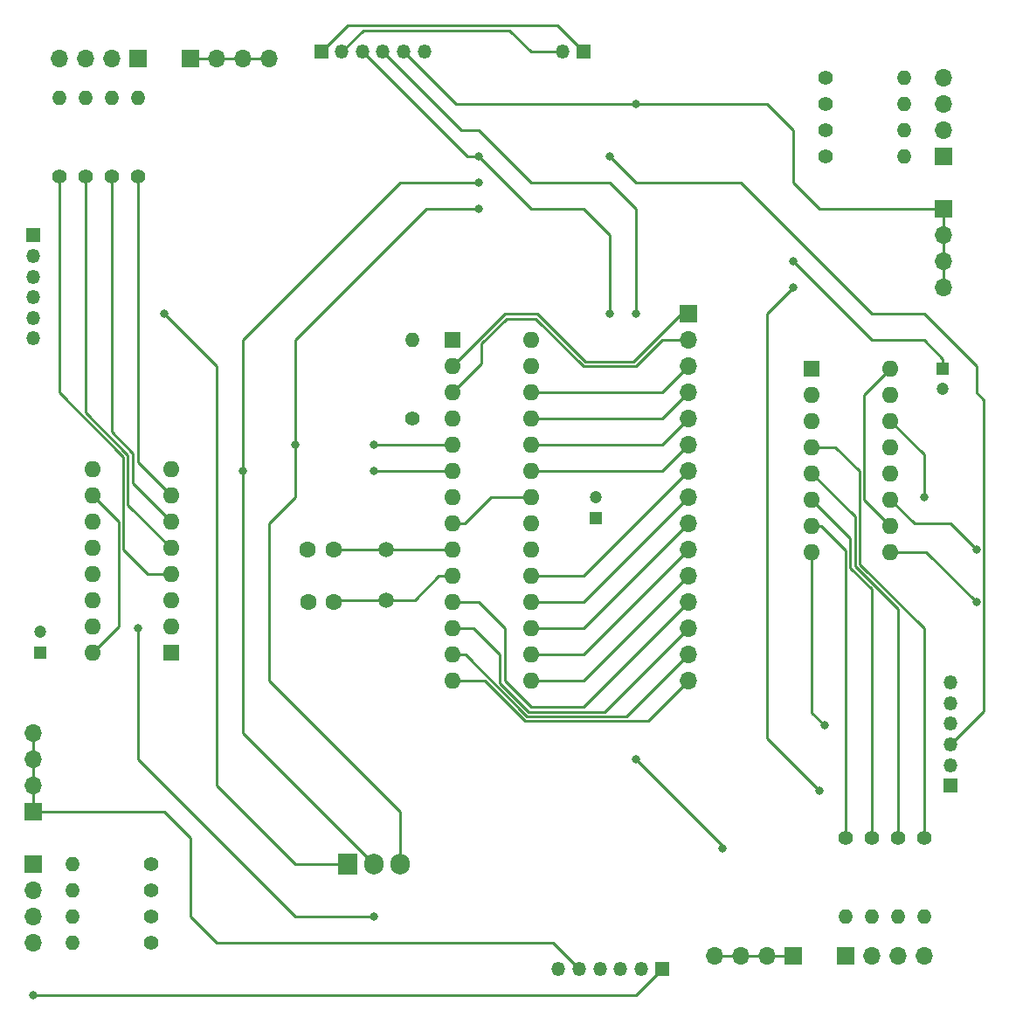
<source format=gbl>
%TF.GenerationSoftware,KiCad,Pcbnew,7.0.7*%
%TF.CreationDate,2023-09-23T02:03:23-07:00*%
%TF.ProjectId,htpm_modcore,6874706d-5f6d-46f6-9463-6f72652e6b69,01*%
%TF.SameCoordinates,Original*%
%TF.FileFunction,Copper,L2,Bot*%
%TF.FilePolarity,Positive*%
%FSLAX46Y46*%
G04 Gerber Fmt 4.6, Leading zero omitted, Abs format (unit mm)*
G04 Created by KiCad (PCBNEW 7.0.7) date 2023-09-23 02:03:23*
%MOMM*%
%LPD*%
G01*
G04 APERTURE LIST*
%TA.AperFunction,ComponentPad*%
%ADD10R,1.350000X1.350000*%
%TD*%
%TA.AperFunction,ComponentPad*%
%ADD11O,1.350000X1.350000*%
%TD*%
%TA.AperFunction,ComponentPad*%
%ADD12C,1.400000*%
%TD*%
%TA.AperFunction,ComponentPad*%
%ADD13O,1.400000X1.400000*%
%TD*%
%TA.AperFunction,ComponentPad*%
%ADD14R,1.700000X1.700000*%
%TD*%
%TA.AperFunction,ComponentPad*%
%ADD15O,1.700000X1.700000*%
%TD*%
%TA.AperFunction,ComponentPad*%
%ADD16R,1.905000X2.000000*%
%TD*%
%TA.AperFunction,ComponentPad*%
%ADD17O,1.905000X2.000000*%
%TD*%
%TA.AperFunction,ComponentPad*%
%ADD18C,1.600000*%
%TD*%
%TA.AperFunction,ComponentPad*%
%ADD19R,1.200000X1.200000*%
%TD*%
%TA.AperFunction,ComponentPad*%
%ADD20C,1.200000*%
%TD*%
%TA.AperFunction,ComponentPad*%
%ADD21R,1.600000X1.600000*%
%TD*%
%TA.AperFunction,ComponentPad*%
%ADD22O,1.600000X1.600000*%
%TD*%
%TA.AperFunction,ComponentPad*%
%ADD23C,1.500000*%
%TD*%
%TA.AperFunction,ViaPad*%
%ADD24C,0.800000*%
%TD*%
%TA.AperFunction,Conductor*%
%ADD25C,0.250000*%
%TD*%
G04 APERTURE END LIST*
D10*
%TO.P,J4,1,Pin_1*%
%TO.N,Net-(J1-Pin_1)*%
X172720000Y-114300000D03*
D11*
%TO.P,J4,2,Pin_2*%
%TO.N,Net-(J1-Pin_2)*%
X170720000Y-114300000D03*
%TO.P,J4,3,Pin_3*%
%TO.N,Net-(J1-Pin_3)*%
X168720000Y-114300000D03*
%TO.P,J4,4,Pin_4*%
%TO.N,Net-(J1-Pin_4)*%
X166720000Y-114300000D03*
%TO.P,J4,5,Pin_5*%
%TO.N,GND*%
X164720000Y-114300000D03*
%TO.P,J4,6,Pin_6*%
%TO.N,Net-(J1-Pin_6)*%
X162720000Y-114300000D03*
%TD*%
D10*
%TO.P,J3,1,Pin_1*%
%TO.N,Net-(J1-Pin_1)*%
X200660000Y-96520000D03*
D11*
%TO.P,J3,2,Pin_2*%
%TO.N,Net-(J1-Pin_2)*%
X200660000Y-94520000D03*
%TO.P,J3,3,Pin_3*%
%TO.N,Net-(J1-Pin_3)*%
X200660000Y-92520000D03*
%TO.P,J3,4,Pin_4*%
%TO.N,Net-(J1-Pin_4)*%
X200660000Y-90520000D03*
%TO.P,J3,5,Pin_5*%
%TO.N,GND*%
X200660000Y-88520000D03*
%TO.P,J3,6,Pin_6*%
%TO.N,Net-(J1-Pin_6)*%
X200660000Y-86520000D03*
%TD*%
D10*
%TO.P,J2,1,Pin_1*%
%TO.N,Net-(J1-Pin_1)*%
X139700000Y-25400000D03*
D11*
%TO.P,J2,2,Pin_2*%
%TO.N,Net-(J1-Pin_2)*%
X141700000Y-25400000D03*
%TO.P,J2,3,Pin_3*%
%TO.N,Net-(J1-Pin_3)*%
X143700000Y-25400000D03*
%TO.P,J2,4,Pin_4*%
%TO.N,Net-(J1-Pin_4)*%
X145700000Y-25400000D03*
%TO.P,J2,5,Pin_5*%
%TO.N,GND*%
X147700000Y-25400000D03*
%TO.P,J2,6,Pin_6*%
%TO.N,Net-(J1-Pin_6)*%
X149700000Y-25400000D03*
%TD*%
D10*
%TO.P,J1,1,Pin_1*%
%TO.N,Net-(J1-Pin_1)*%
X111760000Y-43180000D03*
D11*
%TO.P,J1,2,Pin_2*%
%TO.N,Net-(J1-Pin_2)*%
X111760000Y-45180000D03*
%TO.P,J1,3,Pin_3*%
%TO.N,Net-(J1-Pin_3)*%
X111760000Y-47180000D03*
%TO.P,J1,4,Pin_4*%
%TO.N,Net-(J1-Pin_4)*%
X111760000Y-49180000D03*
%TO.P,J1,5,Pin_5*%
%TO.N,GND*%
X111760000Y-51180000D03*
%TO.P,J1,6,Pin_6*%
%TO.N,Net-(J1-Pin_6)*%
X111760000Y-53180000D03*
%TD*%
D12*
%TO.P,R15,1*%
%TO.N,Net-(U4-QF)*%
X116840000Y-37465000D03*
D13*
%TO.P,R15,2*%
%TO.N,Net-(J10-Pin_3)*%
X116840000Y-29845000D03*
%TD*%
D12*
%TO.P,R2,1*%
%TO.N,Net-(U3-QA)*%
X188595000Y-27940000D03*
D13*
%TO.P,R2,2*%
%TO.N,Net-(J7-Pin_4)*%
X196215000Y-27940000D03*
%TD*%
D14*
%TO.P,J9,1,Pin_1*%
%TO.N,Net-(J9-Pin_1)*%
X111760000Y-104140000D03*
D15*
%TO.P,J9,2,Pin_2*%
%TO.N,Net-(J9-Pin_2)*%
X111760000Y-106680000D03*
%TO.P,J9,3,Pin_3*%
%TO.N,Net-(J9-Pin_3)*%
X111760000Y-109220000D03*
%TO.P,J9,4,Pin_4*%
%TO.N,Net-(J9-Pin_4)*%
X111760000Y-111760000D03*
%TD*%
D12*
%TO.P,R8,1*%
%TO.N,Net-(U3-QG)*%
X193040000Y-101600000D03*
D13*
%TO.P,R8,2*%
%TO.N,Net-(J8-Pin_2)*%
X193040000Y-109220000D03*
%TD*%
D12*
%TO.P,R12,1*%
%TO.N,Net-(U4-QC)*%
X123190000Y-106680000D03*
D13*
%TO.P,R12,2*%
%TO.N,Net-(J9-Pin_2)*%
X115570000Y-106680000D03*
%TD*%
D16*
%TO.P,U1,1,IN*%
%TO.N,Net-(J1-Pin_6)*%
X142240000Y-104140000D03*
D17*
%TO.P,U1,2,GND*%
%TO.N,GND*%
X144780000Y-104140000D03*
%TO.P,U1,3,OUT*%
%TO.N,Net-(U1-OUT)*%
X147320000Y-104140000D03*
%TD*%
D14*
%TO.P,J8,1,Pin_1*%
%TO.N,Net-(J8-Pin_1)*%
X190500000Y-113030000D03*
D15*
%TO.P,J8,2,Pin_2*%
%TO.N,Net-(J8-Pin_2)*%
X193040000Y-113030000D03*
%TO.P,J8,3,Pin_3*%
%TO.N,Net-(J8-Pin_3)*%
X195580000Y-113030000D03*
%TO.P,J8,4,Pin_4*%
%TO.N,Net-(J8-Pin_4)*%
X198120000Y-113030000D03*
%TD*%
D12*
%TO.P,R7,1*%
%TO.N,Net-(U3-QF)*%
X195580000Y-101600000D03*
D13*
%TO.P,R7,2*%
%TO.N,Net-(J8-Pin_3)*%
X195580000Y-109220000D03*
%TD*%
D12*
%TO.P,R6,1*%
%TO.N,Net-(U3-QE)*%
X198120000Y-101600000D03*
D13*
%TO.P,R6,2*%
%TO.N,Net-(J8-Pin_4)*%
X198120000Y-109220000D03*
%TD*%
D12*
%TO.P,R16,1*%
%TO.N,Net-(U4-QG)*%
X119380000Y-37465000D03*
D13*
%TO.P,R16,2*%
%TO.N,Net-(J10-Pin_2)*%
X119380000Y-29845000D03*
%TD*%
D14*
%TO.P,J13,1,Pin_1*%
%TO.N,GND*%
X111760000Y-99060000D03*
D15*
%TO.P,J13,2,Pin_2*%
X111760000Y-96520000D03*
%TO.P,J13,3,Pin_3*%
X111760000Y-93980000D03*
%TO.P,J13,4,Pin_4*%
X111760000Y-91440000D03*
%TD*%
D18*
%TO.P,C2,1*%
%TO.N,Net-(U2-XTAL2{slash}PB7)*%
X140960000Y-78740000D03*
%TO.P,C2,2*%
%TO.N,GND*%
X138460000Y-78740000D03*
%TD*%
D12*
%TO.P,R1,1*%
%TO.N,Net-(U1-OUT)*%
X148580000Y-60960000D03*
D13*
%TO.P,R1,2*%
%TO.N,Net-(U2-~{RESET}{slash}PC6)*%
X148580000Y-53340000D03*
%TD*%
D19*
%TO.P,C5,1*%
%TO.N,Net-(U1-OUT)*%
X112460000Y-83610000D03*
D20*
%TO.P,C5,2*%
%TO.N,GND*%
X112460000Y-81610000D03*
%TD*%
D19*
%TO.P,C4,1*%
%TO.N,Net-(U1-OUT)*%
X199960000Y-56090000D03*
D20*
%TO.P,C4,2*%
%TO.N,GND*%
X199960000Y-58090000D03*
%TD*%
D21*
%TO.P,U2,1,~{RESET}/PC6*%
%TO.N,Net-(U2-~{RESET}{slash}PC6)*%
X152400000Y-53340000D03*
D22*
%TO.P,U2,2,PD0*%
%TO.N,Net-(J6-Pin_1)*%
X152400000Y-55880000D03*
%TO.P,U2,3,PD1*%
%TO.N,Net-(J6-Pin_2)*%
X152400000Y-58420000D03*
%TO.P,U2,4,PD2*%
%TO.N,Net-(U2-PD2)*%
X152400000Y-60960000D03*
%TO.P,U2,5,PD3*%
%TO.N,Net-(U2-PD3)*%
X152400000Y-63500000D03*
%TO.P,U2,6,PD4*%
%TO.N,Net-(U2-PD4)*%
X152400000Y-66040000D03*
%TO.P,U2,7,VCC*%
%TO.N,Net-(U1-OUT)*%
X152400000Y-68580000D03*
%TO.P,U2,8,GND*%
%TO.N,GND*%
X152400000Y-71120000D03*
%TO.P,U2,9,XTAL1/PB6*%
%TO.N,Net-(U2-XTAL1{slash}PB6)*%
X152400000Y-73660000D03*
%TO.P,U2,10,XTAL2/PB7*%
%TO.N,Net-(U2-XTAL2{slash}PB7)*%
X152400000Y-76200000D03*
%TO.P,U2,11,PD5*%
%TO.N,Net-(J6-Pin_12)*%
X152400000Y-78740000D03*
%TO.P,U2,12,PD6*%
%TO.N,Net-(J6-Pin_13)*%
X152400000Y-81280000D03*
%TO.P,U2,13,PD7*%
%TO.N,Net-(J6-Pin_14)*%
X152400000Y-83820000D03*
%TO.P,U2,14,PB0*%
%TO.N,Net-(J6-Pin_15)*%
X152400000Y-86360000D03*
%TO.P,U2,15,PB1*%
%TO.N,Net-(J6-Pin_11)*%
X160020000Y-86360000D03*
%TO.P,U2,16,PB2*%
%TO.N,Net-(J6-Pin_10)*%
X160020000Y-83820000D03*
%TO.P,U2,17,PB3*%
%TO.N,Net-(J6-Pin_9)*%
X160020000Y-81280000D03*
%TO.P,U2,18,PB4*%
%TO.N,Net-(J6-Pin_8)*%
X160020000Y-78740000D03*
%TO.P,U2,19,PB5*%
%TO.N,Net-(J6-Pin_7)*%
X160020000Y-76200000D03*
%TO.P,U2,20,AVCC*%
%TO.N,Net-(U1-OUT)*%
X160020000Y-73660000D03*
%TO.P,U2,21,AREF*%
%TO.N,unconnected-(U2-AREF-Pad21)*%
X160020000Y-71120000D03*
%TO.P,U2,22,GND*%
%TO.N,GND*%
X160020000Y-68580000D03*
%TO.P,U2,23,PC0*%
%TO.N,Net-(J6-Pin_6)*%
X160020000Y-66040000D03*
%TO.P,U2,24,PC1*%
%TO.N,Net-(J6-Pin_5)*%
X160020000Y-63500000D03*
%TO.P,U2,25,PC2*%
%TO.N,Net-(J6-Pin_4)*%
X160020000Y-60960000D03*
%TO.P,U2,26,PC3*%
%TO.N,Net-(J6-Pin_3)*%
X160020000Y-58420000D03*
%TO.P,U2,27,PC4*%
%TO.N,Net-(J1-Pin_4)*%
X160020000Y-55880000D03*
%TO.P,U2,28,PC5*%
%TO.N,Net-(J1-Pin_3)*%
X160020000Y-53340000D03*
%TD*%
D12*
%TO.P,R11,1*%
%TO.N,Net-(U4-QB)*%
X123190000Y-109220000D03*
D13*
%TO.P,R11,2*%
%TO.N,Net-(J9-Pin_3)*%
X115570000Y-109220000D03*
%TD*%
D14*
%TO.P,J6,1,Pin_1*%
%TO.N,Net-(J6-Pin_1)*%
X175260000Y-50800000D03*
D15*
%TO.P,J6,2,Pin_2*%
%TO.N,Net-(J6-Pin_2)*%
X175260000Y-53340000D03*
%TO.P,J6,3,Pin_3*%
%TO.N,Net-(J6-Pin_3)*%
X175260000Y-55880000D03*
%TO.P,J6,4,Pin_4*%
%TO.N,Net-(J6-Pin_4)*%
X175260000Y-58420000D03*
%TO.P,J6,5,Pin_5*%
%TO.N,Net-(J6-Pin_5)*%
X175260000Y-60960000D03*
%TO.P,J6,6,Pin_6*%
%TO.N,Net-(J6-Pin_6)*%
X175260000Y-63500000D03*
%TO.P,J6,7,Pin_7*%
%TO.N,Net-(J6-Pin_7)*%
X175260000Y-66040000D03*
%TO.P,J6,8,Pin_8*%
%TO.N,Net-(J6-Pin_8)*%
X175260000Y-68580000D03*
%TO.P,J6,9,Pin_9*%
%TO.N,Net-(J6-Pin_9)*%
X175260000Y-71120000D03*
%TO.P,J6,10,Pin_10*%
%TO.N,Net-(J6-Pin_10)*%
X175260000Y-73660000D03*
%TO.P,J6,11,Pin_11*%
%TO.N,Net-(J6-Pin_11)*%
X175260000Y-76200000D03*
%TO.P,J6,12,Pin_12*%
%TO.N,Net-(J6-Pin_12)*%
X175260000Y-78740000D03*
%TO.P,J6,13,Pin_13*%
%TO.N,Net-(J6-Pin_13)*%
X175260000Y-81280000D03*
%TO.P,J6,14,Pin_14*%
%TO.N,Net-(J6-Pin_14)*%
X175260000Y-83820000D03*
%TO.P,J6,15,Pin_15*%
%TO.N,Net-(J6-Pin_15)*%
X175260000Y-86360000D03*
%TD*%
D12*
%TO.P,R5,1*%
%TO.N,Net-(U3-QD)*%
X188595000Y-35560000D03*
D13*
%TO.P,R5,2*%
%TO.N,Net-(J7-Pin_1)*%
X196215000Y-35560000D03*
%TD*%
D14*
%TO.P,J7,1,Pin_1*%
%TO.N,Net-(J7-Pin_1)*%
X200025000Y-35560000D03*
D15*
%TO.P,J7,2,Pin_2*%
%TO.N,Net-(J7-Pin_2)*%
X200025000Y-33020000D03*
%TO.P,J7,3,Pin_3*%
%TO.N,Net-(J7-Pin_3)*%
X200025000Y-30480000D03*
%TO.P,J7,4,Pin_4*%
%TO.N,Net-(J7-Pin_4)*%
X200025000Y-27940000D03*
%TD*%
D14*
%TO.P,J12,1,Pin_1*%
%TO.N,GND*%
X185420000Y-113030000D03*
D15*
%TO.P,J12,2,Pin_2*%
X182880000Y-113030000D03*
%TO.P,J12,3,Pin_3*%
X180340000Y-113030000D03*
%TO.P,J12,4,Pin_4*%
X177800000Y-113030000D03*
%TD*%
D21*
%TO.P,U4,1,QB*%
%TO.N,Net-(U4-QB)*%
X125160000Y-83610000D03*
D22*
%TO.P,U4,2,QC*%
%TO.N,Net-(U4-QC)*%
X125160000Y-81070000D03*
%TO.P,U4,3,QD*%
%TO.N,Net-(U4-QD)*%
X125160000Y-78530000D03*
%TO.P,U4,4,QE*%
%TO.N,Net-(U4-QE)*%
X125160000Y-75990000D03*
%TO.P,U4,5,QF*%
%TO.N,Net-(U4-QF)*%
X125160000Y-73450000D03*
%TO.P,U4,6,QG*%
%TO.N,Net-(U4-QG)*%
X125160000Y-70910000D03*
%TO.P,U4,7,QH*%
%TO.N,Net-(U4-QH)*%
X125160000Y-68370000D03*
%TO.P,U4,8,GND*%
%TO.N,GND*%
X125160000Y-65830000D03*
%TO.P,U4,9,QH'*%
%TO.N,unconnected-(U4-QH'-Pad9)*%
X117540000Y-65830000D03*
%TO.P,U4,10,~{SRCLR}*%
%TO.N,Net-(U1-OUT)*%
X117540000Y-68370000D03*
%TO.P,U4,11,SRCLK*%
%TO.N,Net-(U2-PD4)*%
X117540000Y-70910000D03*
%TO.P,U4,12,RCLK*%
%TO.N,Net-(U2-PD3)*%
X117540000Y-73450000D03*
%TO.P,U4,13,~{OE}*%
%TO.N,GND*%
X117540000Y-75990000D03*
%TO.P,U4,14,SER*%
%TO.N,Net-(U3-QH')*%
X117540000Y-78530000D03*
%TO.P,U4,15,QA*%
%TO.N,Net-(U4-QA)*%
X117540000Y-81070000D03*
%TO.P,U4,16,VCC*%
%TO.N,Net-(U1-OUT)*%
X117540000Y-83610000D03*
%TD*%
D12*
%TO.P,R14,1*%
%TO.N,Net-(U4-QE)*%
X114300000Y-37465000D03*
D13*
%TO.P,R14,2*%
%TO.N,Net-(J10-Pin_4)*%
X114300000Y-29845000D03*
%TD*%
D12*
%TO.P,R3,1*%
%TO.N,Net-(U3-QB)*%
X188595000Y-30480000D03*
D13*
%TO.P,R3,2*%
%TO.N,Net-(J7-Pin_3)*%
X196215000Y-30480000D03*
%TD*%
D18*
%TO.P,C1,1*%
%TO.N,GND*%
X138420000Y-73660000D03*
%TO.P,C1,2*%
%TO.N,Net-(U2-XTAL1{slash}PB6)*%
X140920000Y-73660000D03*
%TD*%
D12*
%TO.P,R10,1*%
%TO.N,Net-(U4-QA)*%
X123190000Y-111760000D03*
D13*
%TO.P,R10,2*%
%TO.N,Net-(J9-Pin_4)*%
X115570000Y-111760000D03*
%TD*%
D14*
%TO.P,J14,1,Pin_1*%
%TO.N,GND*%
X127000000Y-26035000D03*
D15*
%TO.P,J14,2,Pin_2*%
X129540000Y-26035000D03*
%TO.P,J14,3,Pin_3*%
X132080000Y-26035000D03*
%TO.P,J14,4,Pin_4*%
X134620000Y-26035000D03*
%TD*%
D12*
%TO.P,R17,1*%
%TO.N,Net-(U4-QH)*%
X121920000Y-37465000D03*
D13*
%TO.P,R17,2*%
%TO.N,Net-(J10-Pin_1)*%
X121920000Y-29845000D03*
%TD*%
D12*
%TO.P,R9,1*%
%TO.N,Net-(U3-QH)*%
X190500000Y-101600000D03*
D13*
%TO.P,R9,2*%
%TO.N,Net-(J8-Pin_1)*%
X190500000Y-109220000D03*
%TD*%
D12*
%TO.P,R4,1*%
%TO.N,Net-(U3-QC)*%
X188595000Y-33020000D03*
D13*
%TO.P,R4,2*%
%TO.N,Net-(J7-Pin_2)*%
X196215000Y-33020000D03*
%TD*%
D10*
%TO.P,J5,1,Pin_1*%
%TO.N,Net-(J1-Pin_1)*%
X165100000Y-25400000D03*
D11*
%TO.P,J5,2,Pin_2*%
%TO.N,Net-(J1-Pin_2)*%
X163100000Y-25400000D03*
%TD*%
D14*
%TO.P,J10,1,Pin_1*%
%TO.N,Net-(J10-Pin_1)*%
X121920000Y-26035000D03*
D15*
%TO.P,J10,2,Pin_2*%
%TO.N,Net-(J10-Pin_2)*%
X119380000Y-26035000D03*
%TO.P,J10,3,Pin_3*%
%TO.N,Net-(J10-Pin_3)*%
X116840000Y-26035000D03*
%TO.P,J10,4,Pin_4*%
%TO.N,Net-(J10-Pin_4)*%
X114300000Y-26035000D03*
%TD*%
D19*
%TO.P,C3,1*%
%TO.N,Net-(U1-OUT)*%
X166360000Y-70580000D03*
D20*
%TO.P,C3,2*%
%TO.N,GND*%
X166360000Y-68580000D03*
%TD*%
D12*
%TO.P,R13,1*%
%TO.N,Net-(U4-QD)*%
X123190000Y-104140000D03*
D13*
%TO.P,R13,2*%
%TO.N,Net-(J9-Pin_1)*%
X115570000Y-104140000D03*
%TD*%
D23*
%TO.P,Y1,1,1*%
%TO.N,Net-(U2-XTAL2{slash}PB7)*%
X146040000Y-78540000D03*
%TO.P,Y1,2,2*%
%TO.N,Net-(U2-XTAL1{slash}PB6)*%
X146040000Y-73660000D03*
%TD*%
D21*
%TO.P,U3,1,QB*%
%TO.N,Net-(U3-QB)*%
X187260000Y-56090000D03*
D22*
%TO.P,U3,2,QC*%
%TO.N,Net-(U3-QC)*%
X187260000Y-58630000D03*
%TO.P,U3,3,QD*%
%TO.N,Net-(U3-QD)*%
X187260000Y-61170000D03*
%TO.P,U3,4,QE*%
%TO.N,Net-(U3-QE)*%
X187260000Y-63710000D03*
%TO.P,U3,5,QF*%
%TO.N,Net-(U3-QF)*%
X187260000Y-66250000D03*
%TO.P,U3,6,QG*%
%TO.N,Net-(U3-QG)*%
X187260000Y-68790000D03*
%TO.P,U3,7,QH*%
%TO.N,Net-(U3-QH)*%
X187260000Y-71330000D03*
%TO.P,U3,8,GND*%
%TO.N,GND*%
X187260000Y-73870000D03*
%TO.P,U3,9,QH'*%
%TO.N,Net-(U3-QH')*%
X194880000Y-73870000D03*
%TO.P,U3,10,~{SRCLR}*%
%TO.N,Net-(U1-OUT)*%
X194880000Y-71330000D03*
%TO.P,U3,11,SRCLK*%
%TO.N,Net-(U2-PD4)*%
X194880000Y-68790000D03*
%TO.P,U3,12,RCLK*%
%TO.N,Net-(U2-PD3)*%
X194880000Y-66250000D03*
%TO.P,U3,13,~{OE}*%
%TO.N,GND*%
X194880000Y-63710000D03*
%TO.P,U3,14,SER*%
%TO.N,Net-(U2-PD2)*%
X194880000Y-61170000D03*
%TO.P,U3,15,QA*%
%TO.N,Net-(U3-QA)*%
X194880000Y-58630000D03*
%TO.P,U3,16,VCC*%
%TO.N,Net-(U1-OUT)*%
X194880000Y-56090000D03*
%TD*%
D14*
%TO.P,J11,1,Pin_1*%
%TO.N,GND*%
X200025000Y-40640000D03*
D15*
%TO.P,J11,2,Pin_2*%
X200025000Y-43180000D03*
%TO.P,J11,3,Pin_3*%
X200025000Y-45720000D03*
%TO.P,J11,4,Pin_4*%
X200025000Y-48260000D03*
%TD*%
D24*
%TO.N,Net-(J1-Pin_2)*%
X187960000Y-97028000D03*
%TO.N,GND*%
X188468000Y-90678000D03*
%TO.N,Net-(J1-Pin_4)*%
X178562000Y-102616000D03*
X170180000Y-93980000D03*
%TO.N,GND*%
X170180000Y-30480000D03*
X132080000Y-66040000D03*
X154940000Y-38100000D03*
%TO.N,Net-(U1-OUT)*%
X185420000Y-45720000D03*
X137160000Y-63500000D03*
X154940000Y-40640000D03*
%TO.N,Net-(J1-Pin_1)*%
X111760000Y-116840000D03*
%TO.N,Net-(J1-Pin_2)*%
X185420000Y-48260000D03*
%TO.N,Net-(J1-Pin_3)*%
X154940000Y-35560000D03*
X167640000Y-50800000D03*
X167640000Y-35560000D03*
%TO.N,Net-(J1-Pin_4)*%
X170180000Y-50800000D03*
%TO.N,Net-(J1-Pin_6)*%
X124460000Y-50800000D03*
%TO.N,Net-(U2-PD2)*%
X198120000Y-68580000D03*
%TO.N,Net-(U2-PD3)*%
X144780000Y-63500000D03*
%TO.N,Net-(U2-PD4)*%
X144780000Y-66040000D03*
X203200000Y-73660000D03*
%TO.N,Net-(U3-QH')*%
X144780000Y-109220000D03*
X121920000Y-81280000D03*
X203200000Y-78740000D03*
%TD*%
D25*
%TO.N,Net-(J1-Pin_1)*%
X170180000Y-116840000D02*
X172720000Y-114300000D01*
%TO.N,Net-(J1-Pin_2)*%
X185420000Y-48260000D02*
X182880000Y-50800000D01*
X182880000Y-50800000D02*
X182880000Y-91948000D01*
X182880000Y-91948000D02*
X187960000Y-97028000D01*
%TO.N,GND*%
X187260000Y-73870000D02*
X187260000Y-89470000D01*
X187260000Y-89470000D02*
X188468000Y-90678000D01*
%TO.N,Net-(J1-Pin_4)*%
X170180000Y-93980000D02*
X178562000Y-102362000D01*
X178562000Y-102362000D02*
X178562000Y-102616000D01*
%TO.N,Net-(J1-Pin_3)*%
X167640000Y-35560000D02*
X170180000Y-38100000D01*
X170180000Y-38100000D02*
X180340000Y-38100000D01*
X180340000Y-38100000D02*
X193040000Y-50800000D01*
X193040000Y-50800000D02*
X198120000Y-50800000D01*
X198120000Y-50800000D02*
X203200000Y-55880000D01*
X203200000Y-55880000D02*
X203200000Y-58420000D01*
X203200000Y-58420000D02*
X203925000Y-59145000D01*
X203925000Y-59145000D02*
X203925000Y-89255000D01*
X203925000Y-89255000D02*
X200660000Y-92520000D01*
%TO.N,GND*%
X111760000Y-99060000D02*
X124460000Y-99060000D01*
X127000000Y-109220000D02*
X129540000Y-111760000D01*
X124460000Y-99060000D02*
X127000000Y-101600000D01*
X129540000Y-111760000D02*
X162180000Y-111760000D01*
X162180000Y-111760000D02*
X164720000Y-114300000D01*
X127000000Y-101600000D02*
X127000000Y-109220000D01*
%TO.N,Net-(J1-Pin_4)*%
X160020000Y-38100000D02*
X154940000Y-33020000D01*
X167640000Y-38100000D02*
X160020000Y-38100000D01*
X154940000Y-33020000D02*
X153320000Y-33020000D01*
X153320000Y-33020000D02*
X145700000Y-25400000D01*
%TO.N,Net-(J1-Pin_1)*%
X142240000Y-22860000D02*
X139700000Y-25400000D01*
%TO.N,Net-(J1-Pin_2)*%
X143790000Y-23310000D02*
X141700000Y-25400000D01*
%TO.N,Net-(J1-Pin_3)*%
X153860000Y-35560000D02*
X143700000Y-25400000D01*
%TO.N,GND*%
X152780000Y-30480000D02*
X147700000Y-25400000D01*
X170180000Y-30480000D02*
X152780000Y-30480000D01*
%TO.N,Net-(J1-Pin_2)*%
X163100000Y-25400000D02*
X160020000Y-25400000D01*
X160020000Y-25400000D02*
X157930000Y-23310000D01*
X157930000Y-23310000D02*
X143790000Y-23310000D01*
%TO.N,Net-(J1-Pin_3)*%
X154940000Y-35560000D02*
X153860000Y-35560000D01*
%TO.N,Net-(J1-Pin_6)*%
X124460000Y-50800000D02*
X129540000Y-55880000D01*
X129540000Y-55880000D02*
X129540000Y-96520000D01*
X129540000Y-96520000D02*
X137160000Y-104140000D01*
X137160000Y-104140000D02*
X142240000Y-104140000D01*
%TO.N,GND*%
X129540000Y-26035000D02*
X132080000Y-26035000D01*
X187960000Y-40640000D02*
X200025000Y-40640000D01*
X170180000Y-30480000D02*
X182880000Y-30480000D01*
X127000000Y-26035000D02*
X129540000Y-26035000D01*
X132080000Y-91440000D02*
X132080000Y-66040000D01*
X132080000Y-53340000D02*
X147320000Y-38100000D01*
X200025000Y-40640000D02*
X200025000Y-43180000D01*
X180340000Y-113030000D02*
X177800000Y-113030000D01*
X111760000Y-93980000D02*
X111760000Y-91440000D01*
X182880000Y-113030000D02*
X180340000Y-113030000D01*
X111760000Y-96520000D02*
X111760000Y-93980000D01*
X153660000Y-71120000D02*
X156200000Y-68580000D01*
X152400000Y-71120000D02*
X153660000Y-71120000D01*
X132080000Y-66040000D02*
X132080000Y-53340000D01*
X185420000Y-113030000D02*
X182880000Y-113030000D01*
X200025000Y-45720000D02*
X200025000Y-48260000D01*
X200025000Y-43180000D02*
X200025000Y-45720000D01*
X185420000Y-38100000D02*
X187960000Y-40640000D01*
X156200000Y-68580000D02*
X160020000Y-68580000D01*
X132080000Y-26035000D02*
X134620000Y-26035000D01*
X185420000Y-33020000D02*
X185420000Y-38100000D01*
X147320000Y-38100000D02*
X154940000Y-38100000D01*
X111760000Y-99060000D02*
X111760000Y-96520000D01*
X144780000Y-104140000D02*
X132080000Y-91440000D01*
X182880000Y-30480000D02*
X185420000Y-33020000D01*
%TO.N,Net-(U2-XTAL1{slash}PB6)*%
X146040000Y-73660000D02*
X140920000Y-73660000D01*
X152400000Y-73660000D02*
X146040000Y-73660000D01*
%TO.N,Net-(U2-XTAL2{slash}PB7)*%
X146040000Y-78540000D02*
X141160000Y-78540000D01*
X151120000Y-76200000D02*
X148780000Y-78540000D01*
X141160000Y-78540000D02*
X140960000Y-78740000D01*
X148780000Y-78540000D02*
X146040000Y-78540000D01*
X152400000Y-76200000D02*
X151120000Y-76200000D01*
%TO.N,Net-(U1-OUT)*%
X199960000Y-55180000D02*
X199960000Y-56090000D01*
X137160000Y-68580000D02*
X137160000Y-66040000D01*
X194880000Y-56090000D02*
X192340000Y-58630000D01*
X117540000Y-83610000D02*
X120080000Y-81070000D01*
X147320000Y-99060000D02*
X144780000Y-96520000D01*
X144780000Y-96520000D02*
X134620000Y-86360000D01*
X192340000Y-68790000D02*
X194880000Y-71330000D01*
X134620000Y-71120000D02*
X137160000Y-68580000D01*
X192340000Y-58630000D02*
X192340000Y-68790000D01*
X193040000Y-53340000D02*
X198120000Y-53340000D01*
X120080000Y-81070000D02*
X120080000Y-70910000D01*
X137160000Y-53340000D02*
X149860000Y-40640000D01*
X147320000Y-104140000D02*
X147320000Y-99060000D01*
X120080000Y-70910000D02*
X117540000Y-68370000D01*
X137160000Y-63500000D02*
X137160000Y-53340000D01*
X198120000Y-53340000D02*
X199960000Y-55180000D01*
X137160000Y-66040000D02*
X137160000Y-63500000D01*
X149860000Y-40640000D02*
X154940000Y-40640000D01*
X185420000Y-45720000D02*
X193040000Y-53340000D01*
X134620000Y-86360000D02*
X134620000Y-71120000D01*
%TO.N,Net-(J1-Pin_1)*%
X142240000Y-22860000D02*
X162560000Y-22860000D01*
X162560000Y-22860000D02*
X165100000Y-25400000D01*
X111760000Y-116840000D02*
X170180000Y-116840000D01*
%TO.N,Net-(J1-Pin_3)*%
X167640000Y-43180000D02*
X167640000Y-50800000D01*
X165100000Y-40640000D02*
X167640000Y-43180000D01*
X154940000Y-35560000D02*
X160020000Y-40640000D01*
X160020000Y-40640000D02*
X165100000Y-40640000D01*
%TO.N,Net-(J1-Pin_4)*%
X167640000Y-38100000D02*
X170180000Y-40640000D01*
X170180000Y-40640000D02*
X170180000Y-50800000D01*
%TO.N,Net-(J6-Pin_1)*%
X160656396Y-50800000D02*
X165286396Y-55430000D01*
X174623604Y-50800000D02*
X175260000Y-50800000D01*
X157480000Y-50800000D02*
X160656396Y-50800000D01*
X152400000Y-55880000D02*
X157480000Y-50800000D01*
X165286396Y-55430000D02*
X169993604Y-55430000D01*
X169993604Y-55430000D02*
X174623604Y-50800000D01*
%TO.N,Net-(J6-Pin_2)*%
X160470000Y-51250000D02*
X165100000Y-55880000D01*
X157666396Y-51250000D02*
X160470000Y-51250000D01*
X172720000Y-53340000D02*
X175260000Y-53340000D01*
X170180000Y-55880000D02*
X172720000Y-53340000D01*
X152400000Y-58420000D02*
X155258198Y-55561802D01*
X155258198Y-55561802D02*
X155258198Y-53658198D01*
X165100000Y-55880000D02*
X170180000Y-55880000D01*
X155258198Y-53658198D02*
X157666396Y-51250000D01*
%TO.N,Net-(J6-Pin_3)*%
X172720000Y-58420000D02*
X175260000Y-55880000D01*
X160020000Y-58420000D02*
X172720000Y-58420000D01*
%TO.N,Net-(J6-Pin_4)*%
X160020000Y-60960000D02*
X172720000Y-60960000D01*
X172720000Y-60960000D02*
X175260000Y-58420000D01*
%TO.N,Net-(J6-Pin_5)*%
X160020000Y-63500000D02*
X172720000Y-63500000D01*
X172720000Y-63500000D02*
X175260000Y-60960000D01*
%TO.N,Net-(J6-Pin_6)*%
X172720000Y-66040000D02*
X175260000Y-63500000D01*
X160020000Y-66040000D02*
X172720000Y-66040000D01*
%TO.N,Net-(J6-Pin_7)*%
X165100000Y-76200000D02*
X175260000Y-66040000D01*
X160020000Y-76200000D02*
X165100000Y-76200000D01*
%TO.N,Net-(J6-Pin_8)*%
X160020000Y-78740000D02*
X165100000Y-78740000D01*
X165100000Y-78740000D02*
X175260000Y-68580000D01*
%TO.N,Net-(J6-Pin_9)*%
X160020000Y-81280000D02*
X165100000Y-81280000D01*
X165100000Y-81280000D02*
X175260000Y-71120000D01*
%TO.N,Net-(J6-Pin_10)*%
X165100000Y-83820000D02*
X175260000Y-73660000D01*
X160020000Y-83820000D02*
X165100000Y-83820000D01*
%TO.N,Net-(J6-Pin_11)*%
X160020000Y-86360000D02*
X165100000Y-86360000D01*
X165100000Y-86360000D02*
X175260000Y-76200000D01*
%TO.N,Net-(J6-Pin_12)*%
X152400000Y-78740000D02*
X154940000Y-78740000D01*
X160020000Y-88900000D02*
X165100000Y-88900000D01*
X165100000Y-88900000D02*
X175260000Y-78740000D01*
X154940000Y-78740000D02*
X157480000Y-81280000D01*
X157480000Y-86360000D02*
X160020000Y-88900000D01*
X157480000Y-81280000D02*
X157480000Y-86360000D01*
%TO.N,Net-(J6-Pin_13)*%
X167190000Y-89350000D02*
X175260000Y-81280000D01*
X152400000Y-81280000D02*
X154490000Y-81280000D01*
X157030000Y-83820000D02*
X157030000Y-86546396D01*
X159833604Y-89350000D02*
X167190000Y-89350000D01*
X154490000Y-81280000D02*
X157030000Y-83820000D01*
X157030000Y-86546396D02*
X159833604Y-89350000D01*
%TO.N,Net-(J6-Pin_14)*%
X159647208Y-89800000D02*
X169280000Y-89800000D01*
X169280000Y-89800000D02*
X175260000Y-83820000D01*
X152400000Y-83820000D02*
X153667208Y-83820000D01*
X153667208Y-83820000D02*
X159647208Y-89800000D01*
%TO.N,Net-(J6-Pin_15)*%
X152400000Y-86360000D02*
X155570812Y-86360000D01*
X171370000Y-90250000D02*
X175260000Y-86360000D01*
X159460812Y-90250000D02*
X171370000Y-90250000D01*
X155570812Y-86360000D02*
X159460812Y-90250000D01*
%TO.N,Net-(U3-QE)*%
X189560000Y-63710000D02*
X191890000Y-66040000D01*
X191890000Y-75050000D02*
X198120000Y-81280000D01*
X191890000Y-66040000D02*
X191890000Y-75050000D01*
X198120000Y-81280000D02*
X198120000Y-101600000D01*
X187260000Y-63710000D02*
X189560000Y-63710000D01*
%TO.N,Net-(U3-QF)*%
X191440000Y-75236396D02*
X195580000Y-79376396D01*
X187260000Y-66250000D02*
X191440000Y-70430000D01*
X191440000Y-70430000D02*
X191440000Y-75236396D01*
X195580000Y-79376396D02*
X195580000Y-101600000D01*
%TO.N,Net-(U3-QG)*%
X187260000Y-68790000D02*
X190990000Y-72520000D01*
X193040000Y-77472792D02*
X193040000Y-101600000D01*
X190990000Y-75422792D02*
X193040000Y-77472792D01*
X190990000Y-72520000D02*
X190990000Y-75422792D01*
%TO.N,Net-(U3-QH)*%
X190540000Y-73700000D02*
X190540000Y-101560000D01*
X188170000Y-71330000D02*
X190540000Y-73700000D01*
X187260000Y-71330000D02*
X188170000Y-71330000D01*
X190540000Y-101560000D02*
X190500000Y-101600000D01*
%TO.N,Net-(U4-QE)*%
X120530000Y-64650000D02*
X114300000Y-58420000D01*
X120530000Y-73660000D02*
X120530000Y-64650000D01*
X114300000Y-58420000D02*
X114300000Y-37465000D01*
X125160000Y-75990000D02*
X122860000Y-75990000D01*
X122860000Y-75990000D02*
X120530000Y-73660000D01*
%TO.N,Net-(U4-QF)*%
X120980000Y-69270000D02*
X120980000Y-64463604D01*
X116840000Y-60323604D02*
X116840000Y-37465000D01*
X125160000Y-73450000D02*
X120980000Y-69270000D01*
X120980000Y-64463604D02*
X116840000Y-60323604D01*
%TO.N,Net-(U4-QG)*%
X125160000Y-70910000D02*
X121430000Y-67180000D01*
X119380000Y-62227208D02*
X119380000Y-37465000D01*
X121430000Y-64277208D02*
X119380000Y-62227208D01*
X121430000Y-67180000D02*
X121430000Y-64277208D01*
%TO.N,Net-(U4-QH)*%
X125160000Y-68370000D02*
X121920000Y-65130000D01*
X121920000Y-65130000D02*
X121920000Y-37465000D01*
%TO.N,Net-(U2-PD2)*%
X198120000Y-68580000D02*
X198120000Y-64410000D01*
X198120000Y-64410000D02*
X194880000Y-61170000D01*
%TO.N,Net-(U2-PD3)*%
X152400000Y-63500000D02*
X144780000Y-63500000D01*
%TO.N,Net-(U2-PD4)*%
X197210000Y-71120000D02*
X194880000Y-68790000D01*
X200660000Y-71120000D02*
X197210000Y-71120000D01*
X203200000Y-73660000D02*
X200660000Y-71120000D01*
X152400000Y-66040000D02*
X144780000Y-66040000D01*
%TO.N,Net-(U3-QH')*%
X144780000Y-109220000D02*
X137160000Y-109220000D01*
X198330000Y-73870000D02*
X203200000Y-78740000D01*
X124460000Y-96520000D02*
X121920000Y-93980000D01*
X137160000Y-109220000D02*
X124460000Y-96520000D01*
X121920000Y-93980000D02*
X121920000Y-81280000D01*
X194880000Y-73870000D02*
X198330000Y-73870000D01*
%TD*%
M02*

</source>
